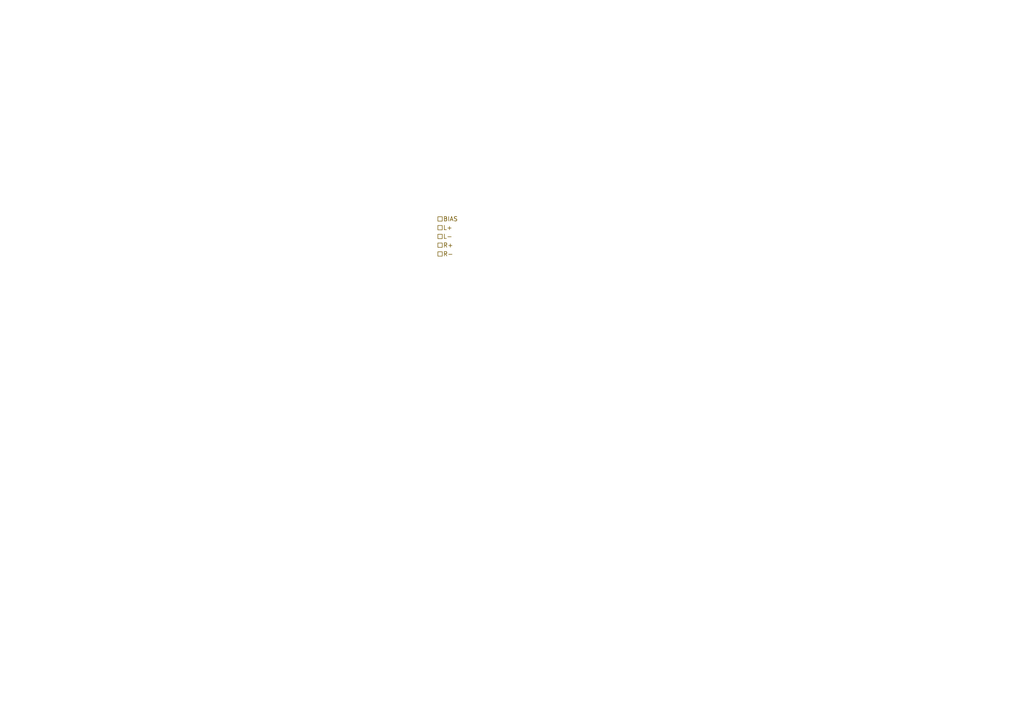
<source format=kicad_sch>
(kicad_sch
	(version 20250114)
	(generator "eeschema")
	(generator_version "9.0")
	(uuid "8c030db4-e2ea-478c-8ce5-dbba0111c661")
	(paper "A4")
	(lib_symbols)
	(hierarchical_label "R-"
		(shape passive)
		(at 127 73.66 0)
		(effects
			(font
				(size 1.27 1.27)
			)
			(justify left)
		)
		(uuid "7ef6ea68-c2ad-498d-b405-51e63847b314")
	)
	(hierarchical_label "L-"
		(shape passive)
		(at 127 68.58 0)
		(effects
			(font
				(size 1.27 1.27)
			)
			(justify left)
		)
		(uuid "86d2ea8a-d2c6-4a75-88cc-c2379e6a12c7")
	)
	(hierarchical_label "R+"
		(shape passive)
		(at 127 71.12 0)
		(effects
			(font
				(size 1.27 1.27)
			)
			(justify left)
		)
		(uuid "9c31943b-00a1-42cd-aa2e-c2785eb116f2")
	)
	(hierarchical_label "L+"
		(shape passive)
		(at 127 66.04 0)
		(effects
			(font
				(size 1.27 1.27)
			)
			(justify left)
		)
		(uuid "b12e547b-aad3-4aa1-b064-213b543dc36d")
	)
	(hierarchical_label "BIAS"
		(shape passive)
		(at 127 63.5 0)
		(effects
			(font
				(size 1.27 1.27)
			)
			(justify left)
		)
		(uuid "f3faab38-3318-4563-8b32-81ece638ce13")
	)
)

</source>
